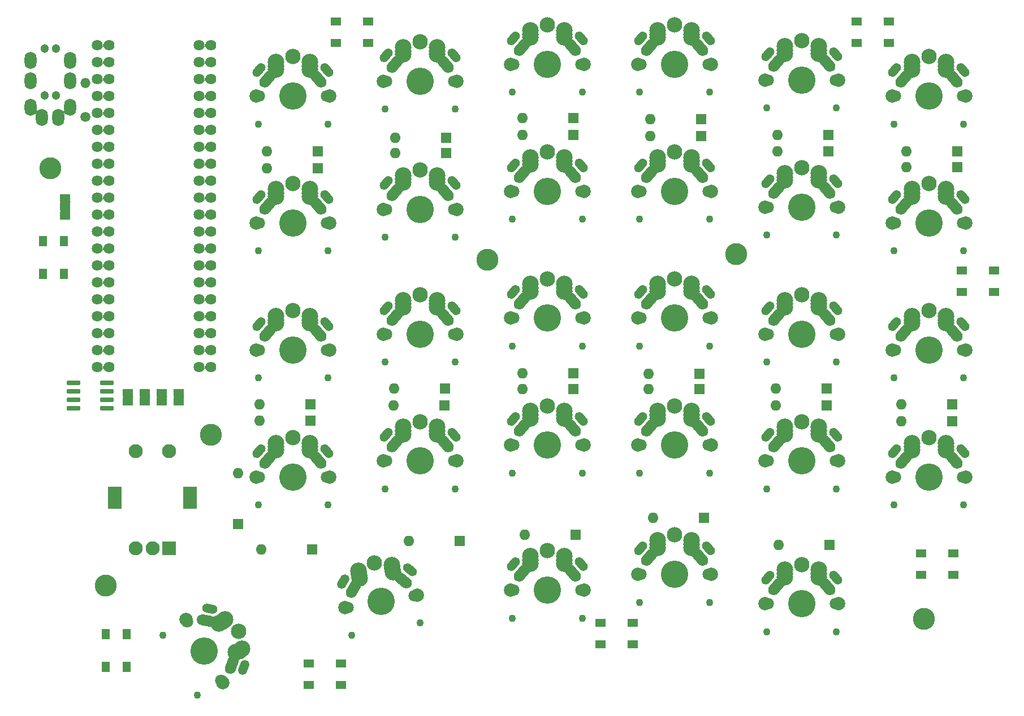
<source format=gbr>
G04 #@! TF.GenerationSoftware,KiCad,Pcbnew,5.99.0-unknown-4920692bcd~125~ubuntu20.04.1*
G04 #@! TF.CreationDate,2021-04-21T16:02:24+01:00*
G04 #@! TF.ProjectId,grandiceps-rev2,6772616e-6469-4636-9570-732d72657632,rev?*
G04 #@! TF.SameCoordinates,Original*
G04 #@! TF.FileFunction,Soldermask,Top*
G04 #@! TF.FilePolarity,Negative*
%FSLAX46Y46*%
G04 Gerber Fmt 4.6, Leading zero omitted, Abs format (unit mm)*
G04 Created by KiCad (PCBNEW 5.99.0-unknown-4920692bcd~125~ubuntu20.04.1) date 2021-04-21 16:02:24*
%MOMM*%
%LPD*%
G01*
G04 APERTURE LIST*
G04 Aperture macros list*
%AMRoundRect*
0 Rectangle with rounded corners*
0 $1 Rounding radius*
0 $2 $3 $4 $5 $6 $7 $8 $9 X,Y pos of 4 corners*
0 Add a 4 corners polygon primitive as box body*
4,1,4,$2,$3,$4,$5,$6,$7,$8,$9,$2,$3,0*
0 Add four circle primitives for the rounded corners*
1,1,$1+$1,$2,$3*
1,1,$1+$1,$4,$5*
1,1,$1+$1,$6,$7*
1,1,$1+$1,$8,$9*
0 Add four rect primitives between the rounded corners*
20,1,$1+$1,$2,$3,$4,$5,0*
20,1,$1+$1,$4,$5,$6,$7,0*
20,1,$1+$1,$6,$7,$8,$9,0*
20,1,$1+$1,$8,$9,$2,$3,0*%
%AMHorizOval*
0 Thick line with rounded ends*
0 $1 width*
0 $2 $3 position (X,Y) of the first rounded end (center of the circle)*
0 $4 $5 position (X,Y) of the second rounded end (center of the circle)*
0 Add line between two ends*
20,1,$1,$2,$3,$4,$5,0*
0 Add two circle primitives to create the rounded ends*
1,1,$1,$2,$3*
1,1,$1,$4,$5*%
G04 Aperture macros list end*
%ADD10C,1.626000*%
%ADD11C,1.502000*%
%ADD12O,1.502000X1.502000*%
%ADD13RoundRect,0.051000X0.750000X0.500000X-0.750000X0.500000X-0.750000X-0.500000X0.750000X-0.500000X0*%
%ADD14RoundRect,0.051000X0.500000X-0.750000X0.500000X0.750000X-0.500000X0.750000X-0.500000X-0.750000X0*%
%ADD15RoundRect,0.051000X-0.750000X0.500000X-0.750000X-0.500000X0.750000X-0.500000X0.750000X0.500000X0*%
%ADD16RoundRect,0.051000X-0.750000X-0.500000X0.750000X-0.500000X0.750000X0.500000X-0.750000X0.500000X0*%
%ADD17RoundRect,0.175500X-0.850500X-0.175500X0.850500X-0.175500X0.850500X0.175500X-0.850500X0.175500X0*%
%ADD18RoundRect,0.051000X0.750000X-0.500000X0.750000X0.500000X-0.750000X0.500000X-0.750000X-0.500000X0*%
%ADD19RoundRect,0.051000X0.750000X0.750000X-0.750000X0.750000X-0.750000X-0.750000X0.750000X-0.750000X0*%
%ADD20O,1.602000X1.602000*%
%ADD21RoundRect,0.051000X0.750000X-0.750000X0.750000X0.750000X-0.750000X0.750000X-0.750000X-0.750000X0*%
%ADD22C,3.302000*%
%ADD23C,1.102000*%
%ADD24C,2.002000*%
%ADD25C,1.802000*%
%ADD26C,4.102000*%
%ADD27HorizOval,1.352000X-0.305324X-0.363871X0.305324X0.363871X0*%
%ADD28HorizOval,1.652000X-0.401742X0.478778X0.401742X-0.478778X0*%
%ADD29HorizOval,1.352000X-0.305324X0.363871X0.305324X-0.363871X0*%
%ADD30C,2.502000*%
%ADD31HorizOval,1.652000X-0.401742X-0.478778X0.401742X0.478778X0*%
%ADD32C,2.302000*%
%ADD33RoundRect,0.051000X1.000000X-1.000000X1.000000X1.000000X-1.000000X1.000000X-1.000000X-1.000000X0*%
%ADD34C,2.102000*%
%ADD35RoundRect,0.051000X1.000000X-1.600000X1.000000X1.600000X-1.000000X1.600000X-1.000000X-1.600000X0*%
%ADD36HorizOval,1.652000X0.213763X0.587308X-0.213763X-0.587308X0*%
%ADD37HorizOval,1.352000X0.162460X0.446354X-0.162460X-0.446354X0*%
%ADD38HorizOval,1.352000X-0.467784X0.082483X0.467784X-0.082483X0*%
%ADD39HorizOval,1.652000X-0.615505X0.108530X0.615505X-0.108530X0*%
%ADD40HorizOval,1.352000X-0.363871X0.305324X0.363871X-0.305324X0*%
%ADD41HorizOval,1.352000X-0.237500X-0.411362X0.237500X0.411362X0*%
%ADD42HorizOval,1.652000X-0.478778X0.401742X0.478778X-0.401742X0*%
%ADD43HorizOval,1.652000X-0.312500X-0.541266X0.312500X0.541266X0*%
%ADD44C,1.302000*%
%ADD45O,1.802000X2.602000*%
G04 APERTURE END LIST*
D10*
X100813000Y-47167800D03*
X117831000Y-47167800D03*
X117831000Y-49707800D03*
X100813000Y-49707800D03*
X100813000Y-52247800D03*
X117831000Y-52247800D03*
X100813000Y-54787800D03*
X117831000Y-54787800D03*
X117831000Y-57327800D03*
X100813000Y-57327800D03*
X117831000Y-59867800D03*
X100813000Y-59867800D03*
X117831000Y-62407800D03*
X100813000Y-62407800D03*
X117831000Y-64947800D03*
X100813000Y-64947800D03*
X117831000Y-67487800D03*
X100813000Y-67487800D03*
X117831000Y-70027800D03*
X100813000Y-70027800D03*
X100813000Y-72567800D03*
X117831000Y-72567800D03*
X100813000Y-75107800D03*
X117831000Y-75107800D03*
X117831000Y-77647800D03*
X100813000Y-77647800D03*
X100813000Y-80187800D03*
X117831000Y-80187800D03*
X100813000Y-82727800D03*
X117831000Y-82727800D03*
X117831000Y-85267800D03*
X100813000Y-85267800D03*
X117831000Y-87807800D03*
X100813000Y-87807800D03*
X117831000Y-90347800D03*
X100813000Y-90347800D03*
X100813000Y-92887800D03*
X117831000Y-92887800D03*
X100813000Y-95427800D03*
X117831000Y-95427800D03*
X116053000Y-95427800D03*
X102591000Y-95427800D03*
X116053000Y-92887800D03*
X102591000Y-92887800D03*
X102591000Y-90347800D03*
X116053000Y-90347800D03*
X116053000Y-87807800D03*
X102591000Y-87807800D03*
X116053000Y-85267800D03*
X102591000Y-85267800D03*
X102591000Y-82727800D03*
X116053000Y-82727800D03*
X102591000Y-80187800D03*
X116053000Y-80187800D03*
X102591000Y-77647800D03*
X116053000Y-77647800D03*
X116053000Y-75107800D03*
X102591000Y-75107800D03*
X102591000Y-72567800D03*
X116053000Y-72567800D03*
X116053000Y-70027800D03*
X102591000Y-70027800D03*
X102591000Y-67487800D03*
X116053000Y-67487800D03*
X116053000Y-64947800D03*
X102591000Y-64947800D03*
X102591000Y-62407800D03*
X116053000Y-62407800D03*
X102591000Y-59867800D03*
X116053000Y-59867800D03*
X116053000Y-57327800D03*
X102591000Y-57327800D03*
X102591000Y-54787800D03*
X116053000Y-54787800D03*
X102591000Y-52247800D03*
X116053000Y-52247800D03*
X116053000Y-49707800D03*
X102591000Y-49707800D03*
X116053000Y-47167800D03*
X102591000Y-47167800D03*
D11*
X99060000Y-57861200D03*
D12*
X99060000Y-52781200D03*
D13*
X229018000Y-126568000D03*
X229018000Y-123368000D03*
X224118000Y-123368000D03*
X224118000Y-126568000D03*
D14*
X92634000Y-81444000D03*
X95834000Y-81444000D03*
X95834000Y-76544000D03*
X92634000Y-76544000D03*
D13*
X235114000Y-84150000D03*
X235114000Y-80950000D03*
X230214000Y-80950000D03*
X230214000Y-84150000D03*
D15*
X105410000Y-99284000D03*
X105410000Y-100584000D03*
D13*
X219366000Y-46812000D03*
X219366000Y-43612000D03*
X214466000Y-43612000D03*
X214466000Y-46812000D03*
D15*
X107950000Y-99284000D03*
X107950000Y-100584000D03*
D16*
X136488000Y-43612000D03*
X136488000Y-46812000D03*
X141388000Y-46812000D03*
X141388000Y-43612000D03*
D13*
X137324000Y-143078000D03*
X137324000Y-139878000D03*
X132424000Y-139878000D03*
X132424000Y-143078000D03*
X181012000Y-136982000D03*
X181012000Y-133782000D03*
X176112000Y-133782000D03*
X176112000Y-136982000D03*
D17*
X97282000Y-97790000D03*
X97282000Y-99060000D03*
X97282000Y-100330000D03*
X97282000Y-101600000D03*
X102232000Y-101600000D03*
X102232000Y-100330000D03*
X102232000Y-99060000D03*
X102232000Y-97790000D03*
D18*
X96012000Y-72674000D03*
X96012000Y-71374000D03*
X96012000Y-70074000D03*
D15*
X110490000Y-99284000D03*
X110490000Y-100584000D03*
X113030000Y-99284000D03*
X113030000Y-100584000D03*
D14*
X102032000Y-140372000D03*
X105232000Y-140372000D03*
X105232000Y-135472000D03*
X102032000Y-135472000D03*
D19*
X229591000Y-63042800D03*
D20*
X221971000Y-63042800D03*
D19*
X210287000Y-60629800D03*
D20*
X202667000Y-60629800D03*
D19*
X191237000Y-58216800D03*
D20*
X183617000Y-58216800D03*
D19*
X172060000Y-58089800D03*
D20*
X164440000Y-58089800D03*
D19*
X153010000Y-61010800D03*
D20*
X145390000Y-61010800D03*
D19*
X155042000Y-121463000D03*
D20*
X147422000Y-121463000D03*
D19*
X132944000Y-122733000D03*
D20*
X125324000Y-122733000D03*
D21*
X121895000Y-118923000D03*
D20*
X121895000Y-111303000D03*
D19*
X229591000Y-65455800D03*
D20*
X221971000Y-65455800D03*
D19*
X210287000Y-63042800D03*
D20*
X202667000Y-63042800D03*
D19*
X191237000Y-60756800D03*
D20*
X183617000Y-60756800D03*
D19*
X172060000Y-60629800D03*
D20*
X164440000Y-60629800D03*
D19*
X153010000Y-63296800D03*
D20*
X145390000Y-63296800D03*
D19*
X133833000Y-65582800D03*
D20*
X126213000Y-65582800D03*
D19*
X228829000Y-101016000D03*
D20*
X221209000Y-101016000D03*
D19*
X210033000Y-98602800D03*
D20*
X202413000Y-98602800D03*
D19*
X190983000Y-96443800D03*
D20*
X183363000Y-96443800D03*
D19*
X172060000Y-96316800D03*
D20*
X164440000Y-96316800D03*
D19*
X152883000Y-98602800D03*
D20*
X145263000Y-98602800D03*
D19*
X132690000Y-101016000D03*
D20*
X125070000Y-101016000D03*
D19*
X228829000Y-103556000D03*
D20*
X221209000Y-103556000D03*
D19*
X210033000Y-101143000D03*
D20*
X202413000Y-101143000D03*
D19*
X190983000Y-98729800D03*
D20*
X183363000Y-98729800D03*
D19*
X172060000Y-98729800D03*
D20*
X164440000Y-98729800D03*
D19*
X152756000Y-101143000D03*
D20*
X145136000Y-101143000D03*
D19*
X132690000Y-103429000D03*
D20*
X125070000Y-103429000D03*
D19*
X210414000Y-122098000D03*
D20*
X202794000Y-122098000D03*
D19*
X191618000Y-118034000D03*
D20*
X183998000Y-118034000D03*
D19*
X172441000Y-120574000D03*
D20*
X164821000Y-120574000D03*
D22*
X196444000Y-78486000D03*
X117831000Y-105537000D03*
X102083000Y-128194000D03*
X224561000Y-133198000D03*
X159258000Y-79349600D03*
X93776600Y-65608200D03*
D23*
X230533000Y-77997800D03*
D24*
X219813000Y-73797800D03*
X230813000Y-73797800D03*
D25*
X230393000Y-73797800D03*
D23*
X220093000Y-77997800D03*
D25*
X220233000Y-73797800D03*
D26*
X225313000Y-73797800D03*
D27*
X220213000Y-69897800D03*
D28*
X229123000Y-71257800D03*
D29*
X230413000Y-69897800D03*
D30*
X227853000Y-69797800D03*
X227853000Y-68717800D03*
X227853000Y-69297800D03*
D31*
X221503000Y-71257800D03*
D30*
X222773000Y-69297800D03*
X222773000Y-69797800D03*
D32*
X225313000Y-67897800D03*
D30*
X222773000Y-68717800D03*
D25*
X211353000Y-52377800D03*
D23*
X211493000Y-56577800D03*
D24*
X200773000Y-52377800D03*
D25*
X201193000Y-52377800D03*
D24*
X211773000Y-52377800D03*
D26*
X206273000Y-52377800D03*
D23*
X201053000Y-56577800D03*
D29*
X211373000Y-48477800D03*
D30*
X208813000Y-48377800D03*
D28*
X210083000Y-49837800D03*
D30*
X208813000Y-47877800D03*
D27*
X201173000Y-48477800D03*
D30*
X208813000Y-47297800D03*
X203733000Y-47877800D03*
X203733000Y-48377800D03*
D32*
X206273000Y-46477800D03*
D31*
X202463000Y-49837800D03*
D30*
X203733000Y-47297800D03*
D24*
X143653000Y-109498000D03*
X154653000Y-109498000D03*
D23*
X154373000Y-113698000D03*
D25*
X154233000Y-109498000D03*
D23*
X143933000Y-113698000D03*
D26*
X149153000Y-109498000D03*
D25*
X144073000Y-109498000D03*
D27*
X144053000Y-105598000D03*
D28*
X152963000Y-106958000D03*
D29*
X154253000Y-105598000D03*
D30*
X151693000Y-104998000D03*
X151693000Y-104418000D03*
X151693000Y-105498000D03*
D31*
X145343000Y-106958000D03*
D30*
X146613000Y-105498000D03*
X146613000Y-104418000D03*
X146613000Y-104998000D03*
D32*
X149153000Y-103598000D03*
D24*
X135613000Y-111878000D03*
D25*
X125033000Y-111878000D03*
D23*
X135333000Y-116078000D03*
D25*
X135193000Y-111878000D03*
D24*
X124613000Y-111878000D03*
D26*
X130113000Y-111878000D03*
D23*
X124893000Y-116078000D03*
D28*
X133923000Y-109338000D03*
D30*
X132653000Y-107378000D03*
D29*
X135213000Y-107978000D03*
D30*
X132653000Y-106798000D03*
X132653000Y-107878000D03*
D27*
X125013000Y-107978000D03*
D30*
X127573000Y-107878000D03*
D32*
X130113000Y-105978000D03*
D30*
X127573000Y-107378000D03*
D31*
X126303000Y-109338000D03*
D30*
X127573000Y-106798000D03*
D23*
X162973000Y-111318000D03*
D24*
X162693000Y-107118000D03*
D26*
X168193000Y-107118000D03*
D23*
X173413000Y-111318000D03*
D24*
X173693000Y-107118000D03*
D25*
X163113000Y-107118000D03*
X173273000Y-107118000D03*
D29*
X173293000Y-103218000D03*
D27*
X163093000Y-103218000D03*
D30*
X170733000Y-102618000D03*
D28*
X172003000Y-104578000D03*
D30*
X170733000Y-103118000D03*
X170733000Y-102038000D03*
X165653000Y-103118000D03*
D31*
X164383000Y-104578000D03*
D30*
X165653000Y-102038000D03*
D32*
X168193000Y-101218000D03*
D30*
X165653000Y-102618000D03*
D25*
X125033000Y-54757800D03*
D23*
X124893000Y-58957800D03*
D24*
X124613000Y-54757800D03*
X135613000Y-54757800D03*
D23*
X135333000Y-58957800D03*
D26*
X130113000Y-54757800D03*
D25*
X135193000Y-54757800D03*
D29*
X135213000Y-50857800D03*
D30*
X132653000Y-50257800D03*
X132653000Y-49677800D03*
X132653000Y-50757800D03*
D27*
X125013000Y-50857800D03*
D28*
X133923000Y-52217800D03*
D30*
X127573000Y-50257800D03*
X127573000Y-49677800D03*
X127573000Y-50757800D03*
D31*
X126303000Y-52217800D03*
D32*
X130113000Y-48857800D03*
D23*
X201053000Y-135118000D03*
D24*
X211773000Y-130918000D03*
D26*
X206273000Y-130918000D03*
D24*
X200773000Y-130918000D03*
D25*
X201193000Y-130918000D03*
D23*
X211493000Y-135118000D03*
D25*
X211353000Y-130918000D03*
D30*
X208813000Y-126418000D03*
X208813000Y-125838000D03*
D29*
X211373000Y-127018000D03*
D27*
X201173000Y-127018000D03*
D28*
X210083000Y-128378000D03*
D30*
X208813000Y-126918000D03*
X203733000Y-125838000D03*
X203733000Y-126418000D03*
D31*
X202463000Y-128378000D03*
D30*
X203733000Y-126918000D03*
D32*
X206273000Y-125018000D03*
D33*
X111557000Y-122555000D03*
D34*
X106557000Y-122555000D03*
X109057000Y-122555000D03*
D35*
X103457000Y-115055000D03*
X114657000Y-115055000D03*
D34*
X106557000Y-108055000D03*
X111557000Y-108055000D03*
D25*
X144073000Y-52537800D03*
D26*
X149153000Y-52537800D03*
D23*
X143933000Y-56737800D03*
D24*
X143653000Y-52537800D03*
X154653000Y-52537800D03*
D23*
X154373000Y-56737800D03*
D25*
X154233000Y-52537800D03*
D30*
X151693000Y-48537800D03*
D29*
X154253000Y-48637800D03*
D30*
X151693000Y-47457800D03*
D28*
X152963000Y-49997800D03*
D30*
X151693000Y-48037800D03*
D27*
X144053000Y-48637800D03*
D30*
X146613000Y-48537800D03*
D31*
X145343000Y-49997800D03*
D30*
X146613000Y-47457800D03*
X146613000Y-48037800D03*
D32*
X149153000Y-46637800D03*
D23*
X182013000Y-111318000D03*
D25*
X192313000Y-107118000D03*
D23*
X192453000Y-111318000D03*
D24*
X192733000Y-107118000D03*
D26*
X187233000Y-107118000D03*
D25*
X182153000Y-107118000D03*
D24*
X181733000Y-107118000D03*
D30*
X189773000Y-103118000D03*
D28*
X191043000Y-104578000D03*
D30*
X189773000Y-102038000D03*
X189773000Y-102618000D03*
D29*
X192333000Y-103218000D03*
D27*
X182133000Y-103218000D03*
D30*
X184693000Y-103118000D03*
D31*
X183423000Y-104578000D03*
D32*
X187233000Y-101218000D03*
D30*
X184693000Y-102618000D03*
X184693000Y-102038000D03*
D23*
X135333000Y-77997800D03*
D24*
X124613000Y-73797800D03*
D23*
X124893000Y-77997800D03*
D25*
X135193000Y-73797800D03*
D26*
X130113000Y-73797800D03*
D24*
X135613000Y-73797800D03*
D25*
X125033000Y-73797800D03*
D30*
X132653000Y-69797800D03*
D28*
X133923000Y-71257800D03*
D27*
X125013000Y-69897800D03*
D30*
X132653000Y-68717800D03*
D29*
X135213000Y-69897800D03*
D30*
X132653000Y-69297800D03*
X127573000Y-69797800D03*
D31*
X126303000Y-71257800D03*
D30*
X127573000Y-69297800D03*
X127573000Y-68717800D03*
D32*
X130113000Y-67897800D03*
D23*
X162973000Y-133058000D03*
D25*
X173273000Y-128858000D03*
D24*
X162693000Y-128858000D03*
D25*
X163113000Y-128858000D03*
D24*
X173693000Y-128858000D03*
D23*
X173413000Y-133058000D03*
D26*
X168193000Y-128858000D03*
D28*
X172003000Y-126318000D03*
D30*
X170733000Y-124358000D03*
D29*
X173293000Y-124958000D03*
D30*
X170733000Y-123778000D03*
X170733000Y-124858000D03*
D27*
X163093000Y-124958000D03*
D31*
X164383000Y-126318000D03*
D32*
X168193000Y-122958000D03*
D30*
X165653000Y-123778000D03*
X165653000Y-124358000D03*
X165653000Y-124858000D03*
D24*
X114090000Y-133234860D03*
D23*
X110592693Y-135577347D03*
D25*
X114300000Y-133598591D03*
X119380000Y-142397409D03*
D24*
X119590000Y-142761140D03*
D23*
X115812693Y-144618653D03*
D26*
X116840000Y-137998000D03*
D36*
X120944705Y-140027557D03*
D30*
X122509409Y-137657705D03*
X121574102Y-138197705D03*
D37*
X122767499Y-140464730D03*
D38*
X117667499Y-131631270D03*
D30*
X122007114Y-137947705D03*
X119467114Y-133548295D03*
X119034102Y-133798295D03*
D32*
X121949550Y-135048000D03*
D39*
X117134705Y-133428443D03*
D30*
X119969409Y-133258295D03*
D23*
X138895626Y-135598636D03*
D26*
X143307000Y-130556000D03*
D23*
X149177019Y-133785749D03*
D24*
X137890557Y-131511065D03*
D25*
X148309823Y-129673867D03*
D24*
X148723443Y-129600935D03*
D25*
X138304177Y-131438133D03*
D40*
X147652292Y-125829644D03*
D30*
X144926279Y-125112110D03*
D41*
X137607253Y-127600855D03*
D42*
X146618051Y-127392989D03*
D30*
X145113819Y-126175703D03*
X145026995Y-125683299D03*
X140024172Y-126565431D03*
X139923456Y-125994243D03*
D43*
X139113816Y-128716188D03*
D32*
X142282476Y-124745634D03*
D30*
X140110996Y-127057835D03*
D25*
X230393000Y-92837800D03*
D23*
X220093000Y-97037800D03*
X230533000Y-97037800D03*
D24*
X230813000Y-92837800D03*
D26*
X225313000Y-92837800D03*
D25*
X220233000Y-92837800D03*
D24*
X219813000Y-92837800D03*
D30*
X227853000Y-88837800D03*
X227853000Y-88337800D03*
D27*
X220213000Y-88937800D03*
D30*
X227853000Y-87757800D03*
D29*
X230413000Y-88937800D03*
D28*
X229123000Y-90297800D03*
D31*
X221503000Y-90297800D03*
D32*
X225313000Y-86937800D03*
D30*
X222773000Y-88837800D03*
X222773000Y-88337800D03*
X222773000Y-87757800D03*
D23*
X143933000Y-94657800D03*
D25*
X144073000Y-90457800D03*
D24*
X154653000Y-90457800D03*
X143653000Y-90457800D03*
D26*
X149153000Y-90457800D03*
D23*
X154373000Y-94657800D03*
D25*
X154233000Y-90457800D03*
D27*
X144053000Y-86557800D03*
D30*
X151693000Y-85377800D03*
D28*
X152963000Y-87917800D03*
D29*
X154253000Y-86557800D03*
D30*
X151693000Y-86457800D03*
X151693000Y-85957800D03*
D32*
X149153000Y-84557800D03*
D30*
X146613000Y-85377800D03*
X146613000Y-86457800D03*
X146613000Y-85957800D03*
D31*
X145343000Y-87917800D03*
D26*
X168193000Y-69037800D03*
D25*
X163113000Y-69037800D03*
D23*
X173413000Y-73237800D03*
D24*
X162693000Y-69037800D03*
D23*
X162973000Y-73237800D03*
D25*
X173273000Y-69037800D03*
D24*
X173693000Y-69037800D03*
D30*
X170733000Y-63957800D03*
D27*
X163093000Y-65137800D03*
D30*
X170733000Y-65037800D03*
D28*
X172003000Y-66497800D03*
D29*
X173293000Y-65137800D03*
D30*
X170733000Y-64537800D03*
D31*
X164383000Y-66497800D03*
D30*
X165653000Y-65037800D03*
D32*
X168193000Y-63137800D03*
D30*
X165653000Y-63957800D03*
X165653000Y-64537800D03*
D24*
X211773000Y-109498000D03*
D25*
X211353000Y-109498000D03*
D24*
X200773000Y-109498000D03*
D26*
X206273000Y-109498000D03*
D23*
X201053000Y-113698000D03*
X211493000Y-113698000D03*
D25*
X201193000Y-109498000D03*
D28*
X210083000Y-106958000D03*
D29*
X211373000Y-105598000D03*
D30*
X208813000Y-105498000D03*
X208813000Y-104998000D03*
X208813000Y-104418000D03*
D27*
X201173000Y-105598000D03*
D30*
X203733000Y-104998000D03*
X203733000Y-104418000D03*
D31*
X202463000Y-106958000D03*
D32*
X206273000Y-103598000D03*
D30*
X203733000Y-105498000D03*
D25*
X173273000Y-88077800D03*
D24*
X173693000Y-88077800D03*
D26*
X168193000Y-88077800D03*
D25*
X163113000Y-88077800D03*
D23*
X162973000Y-92277800D03*
D24*
X162693000Y-88077800D03*
D23*
X173413000Y-92277800D03*
D30*
X170733000Y-82997800D03*
X170733000Y-84077800D03*
X170733000Y-83577800D03*
D29*
X173293000Y-84177800D03*
D27*
X163093000Y-84177800D03*
D28*
X172003000Y-85537800D03*
D30*
X165653000Y-83577800D03*
D32*
X168193000Y-82177800D03*
D30*
X165653000Y-82997800D03*
X165653000Y-84077800D03*
D31*
X164383000Y-85537800D03*
D25*
X154233000Y-71737800D03*
X144073000Y-71737800D03*
D24*
X143653000Y-71737800D03*
D23*
X143933000Y-75937800D03*
D24*
X154653000Y-71737800D03*
D26*
X149153000Y-71737800D03*
D23*
X154373000Y-75937800D03*
D28*
X152963000Y-69197800D03*
D27*
X144053000Y-67837800D03*
D30*
X151693000Y-66657800D03*
D29*
X154253000Y-67837800D03*
D30*
X151693000Y-67737800D03*
X151693000Y-67237800D03*
X146613000Y-66657800D03*
X146613000Y-67737800D03*
D31*
X145343000Y-69197800D03*
D30*
X146613000Y-67237800D03*
D32*
X149153000Y-65837800D03*
D24*
X192733000Y-69037800D03*
D25*
X182153000Y-69037800D03*
D23*
X182013000Y-73237800D03*
D25*
X192313000Y-69037800D03*
D26*
X187233000Y-69037800D03*
D23*
X192453000Y-73237800D03*
D24*
X181733000Y-69037800D03*
D30*
X189773000Y-63957800D03*
D28*
X191043000Y-66497800D03*
D29*
X192333000Y-65137800D03*
D30*
X189773000Y-64537800D03*
D27*
X182133000Y-65137800D03*
D30*
X189773000Y-65037800D03*
D31*
X183423000Y-66497800D03*
D32*
X187233000Y-63137800D03*
D30*
X184693000Y-65037800D03*
X184693000Y-63957800D03*
X184693000Y-64537800D03*
D23*
X182013000Y-54197800D03*
D25*
X182153000Y-49997800D03*
D24*
X192733000Y-49997800D03*
X181733000Y-49997800D03*
D25*
X192313000Y-49997800D03*
D26*
X187233000Y-49997800D03*
D23*
X192453000Y-54197800D03*
D29*
X192333000Y-46097800D03*
D30*
X189773000Y-45997800D03*
X189773000Y-45497800D03*
X189773000Y-44917800D03*
D28*
X191043000Y-47457800D03*
D27*
X182133000Y-46097800D03*
D30*
X184693000Y-45997800D03*
X184693000Y-45497800D03*
D31*
X183423000Y-47457800D03*
D32*
X187233000Y-44097800D03*
D30*
X184693000Y-44917800D03*
D23*
X135333000Y-97037800D03*
D24*
X135613000Y-92837800D03*
X124613000Y-92837800D03*
D25*
X125033000Y-92837800D03*
D23*
X124893000Y-97037800D03*
D26*
X130113000Y-92837800D03*
D25*
X135193000Y-92837800D03*
D27*
X125013000Y-88937800D03*
D29*
X135213000Y-88937800D03*
D30*
X132653000Y-88837800D03*
D28*
X133923000Y-90297800D03*
D30*
X132653000Y-88337800D03*
X132653000Y-87757800D03*
X127573000Y-87757800D03*
D31*
X126303000Y-90297800D03*
D30*
X127573000Y-88837800D03*
X127573000Y-88337800D03*
D32*
X130113000Y-86937800D03*
D23*
X230533000Y-58957800D03*
D25*
X220233000Y-54757800D03*
D24*
X219813000Y-54757800D03*
D26*
X225313000Y-54757800D03*
D25*
X230393000Y-54757800D03*
D24*
X230813000Y-54757800D03*
D23*
X220093000Y-58957800D03*
D30*
X227853000Y-49677800D03*
X227853000Y-50257800D03*
X227853000Y-50757800D03*
D29*
X230413000Y-50857800D03*
D27*
X220213000Y-50857800D03*
D28*
X229123000Y-52217800D03*
D32*
X225313000Y-48857800D03*
D30*
X222773000Y-49677800D03*
D31*
X221503000Y-52217800D03*
D30*
X222773000Y-50757800D03*
X222773000Y-50257800D03*
D25*
X173273000Y-49997800D03*
D23*
X173413000Y-54197800D03*
D24*
X162693000Y-49997800D03*
D26*
X168193000Y-49997800D03*
D24*
X173693000Y-49997800D03*
D23*
X162973000Y-54197800D03*
D25*
X163113000Y-49997800D03*
D30*
X170733000Y-44917800D03*
D29*
X173293000Y-46097800D03*
D30*
X170733000Y-45497800D03*
D27*
X163093000Y-46097800D03*
D28*
X172003000Y-47457800D03*
D30*
X170733000Y-45997800D03*
X165653000Y-44917800D03*
X165653000Y-45497800D03*
D31*
X164383000Y-47457800D03*
D32*
X168193000Y-44097800D03*
D30*
X165653000Y-45997800D03*
D25*
X201193000Y-90457800D03*
D23*
X211493000Y-94657800D03*
X201053000Y-94657800D03*
D24*
X211773000Y-90457800D03*
X200773000Y-90457800D03*
D25*
X211353000Y-90457800D03*
D26*
X206273000Y-90457800D03*
D29*
X211373000Y-86557800D03*
D27*
X201173000Y-86557800D03*
D30*
X208813000Y-86457800D03*
X208813000Y-85377800D03*
X208813000Y-85957800D03*
D28*
X210083000Y-87917800D03*
D30*
X203733000Y-85957800D03*
D32*
X206273000Y-84557800D03*
D31*
X202463000Y-87917800D03*
D30*
X203733000Y-86457800D03*
X203733000Y-85377800D03*
D26*
X187233000Y-88077800D03*
D24*
X181733000Y-88077800D03*
X192733000Y-88077800D03*
D25*
X182153000Y-88077800D03*
D23*
X182013000Y-92277800D03*
D25*
X192313000Y-88077800D03*
D23*
X192453000Y-92277800D03*
D30*
X189773000Y-84077800D03*
X189773000Y-83577800D03*
X189773000Y-82997800D03*
D27*
X182133000Y-84177800D03*
D28*
X191043000Y-85537800D03*
D29*
X192333000Y-84177800D03*
D30*
X184693000Y-84077800D03*
X184693000Y-82997800D03*
D31*
X183423000Y-85537800D03*
D30*
X184693000Y-83577800D03*
D32*
X187233000Y-82177800D03*
D23*
X192453000Y-130678000D03*
X182013000Y-130678000D03*
D25*
X182153000Y-126478000D03*
X192313000Y-126478000D03*
D24*
X192733000Y-126478000D03*
D26*
X187233000Y-126478000D03*
D24*
X181733000Y-126478000D03*
D28*
X191043000Y-123938000D03*
D30*
X189773000Y-121978000D03*
X189773000Y-122478000D03*
X189773000Y-121398000D03*
D29*
X192333000Y-122578000D03*
D27*
X182133000Y-122578000D03*
D30*
X184693000Y-121398000D03*
X184693000Y-122478000D03*
X184693000Y-121978000D03*
D31*
X183423000Y-123938000D03*
D32*
X187233000Y-120578000D03*
D24*
X211773000Y-71417800D03*
D25*
X201193000Y-71417800D03*
D24*
X200773000Y-71417800D03*
D23*
X211493000Y-75617800D03*
X201053000Y-75617800D03*
D26*
X206273000Y-71417800D03*
D25*
X211353000Y-71417800D03*
D30*
X208813000Y-66337800D03*
D28*
X210083000Y-68877800D03*
D30*
X208813000Y-67417800D03*
D27*
X201173000Y-67517800D03*
D29*
X211373000Y-67517800D03*
D30*
X208813000Y-66917800D03*
D31*
X202463000Y-68877800D03*
D30*
X203733000Y-67417800D03*
D32*
X206273000Y-65517800D03*
D30*
X203733000Y-66337800D03*
X203733000Y-66917800D03*
D24*
X230813000Y-111878000D03*
D23*
X230533000Y-116078000D03*
D25*
X220233000Y-111878000D03*
D24*
X219813000Y-111878000D03*
D25*
X230393000Y-111878000D03*
D26*
X225313000Y-111878000D03*
D23*
X220093000Y-116078000D03*
D30*
X227853000Y-106798000D03*
X227853000Y-107378000D03*
D27*
X220213000Y-107978000D03*
D30*
X227853000Y-107878000D03*
D29*
X230413000Y-107978000D03*
D28*
X229123000Y-109338000D03*
D30*
X222773000Y-107378000D03*
X222773000Y-106798000D03*
X222773000Y-107878000D03*
D31*
X221503000Y-109338000D03*
D32*
X225313000Y-105978000D03*
D19*
X133833000Y-63042800D03*
D20*
X126213000Y-63042800D03*
D44*
X94637600Y-47651800D03*
X94637600Y-54651800D03*
X92887600Y-54651800D03*
X92887600Y-47651800D03*
D45*
X92537600Y-57951800D03*
X94987600Y-57951800D03*
X96737600Y-49451800D03*
X90787600Y-49451800D03*
X90787600Y-52451800D03*
X96737600Y-52451800D03*
X90787600Y-56451800D03*
X96737600Y-56451800D03*
G36*
X108716668Y-99830665D02*
G01*
X108717058Y-99832627D01*
X108716699Y-99833267D01*
X108673511Y-99884946D01*
X108664880Y-99953661D01*
X108694844Y-100016291D01*
X108715682Y-100034348D01*
X108716336Y-100036238D01*
X108715026Y-100037749D01*
X108713982Y-100037821D01*
X108699801Y-100035000D01*
X107200199Y-100035000D01*
X107185226Y-100037978D01*
X107183332Y-100037335D01*
X107182942Y-100035373D01*
X107183301Y-100034733D01*
X107226489Y-99983054D01*
X107235120Y-99914339D01*
X107205156Y-99851709D01*
X107184318Y-99833652D01*
X107183664Y-99831762D01*
X107184974Y-99830251D01*
X107186018Y-99830179D01*
X107200199Y-99833000D01*
X108699801Y-99833000D01*
X108714774Y-99830022D01*
X108716668Y-99830665D01*
G37*
G36*
X113796668Y-99830665D02*
G01*
X113797058Y-99832627D01*
X113796699Y-99833267D01*
X113753511Y-99884946D01*
X113744880Y-99953661D01*
X113774844Y-100016291D01*
X113795682Y-100034348D01*
X113796336Y-100036238D01*
X113795026Y-100037749D01*
X113793982Y-100037821D01*
X113779801Y-100035000D01*
X112280199Y-100035000D01*
X112265226Y-100037978D01*
X112263332Y-100037335D01*
X112262942Y-100035373D01*
X112263301Y-100034733D01*
X112306489Y-99983054D01*
X112315120Y-99914339D01*
X112285156Y-99851709D01*
X112264318Y-99833652D01*
X112263664Y-99831762D01*
X112264974Y-99830251D01*
X112266018Y-99830179D01*
X112280199Y-99833000D01*
X113779801Y-99833000D01*
X113794774Y-99830022D01*
X113796668Y-99830665D01*
G37*
G36*
X111256668Y-99830665D02*
G01*
X111257058Y-99832627D01*
X111256699Y-99833267D01*
X111213511Y-99884946D01*
X111204880Y-99953661D01*
X111234844Y-100016291D01*
X111255682Y-100034348D01*
X111256336Y-100036238D01*
X111255026Y-100037749D01*
X111253982Y-100037821D01*
X111239801Y-100035000D01*
X109740199Y-100035000D01*
X109725226Y-100037978D01*
X109723332Y-100037335D01*
X109722942Y-100035373D01*
X109723301Y-100034733D01*
X109766489Y-99983054D01*
X109775120Y-99914339D01*
X109745156Y-99851709D01*
X109724318Y-99833652D01*
X109723664Y-99831762D01*
X109724974Y-99830251D01*
X109726018Y-99830179D01*
X109740199Y-99833000D01*
X111239801Y-99833000D01*
X111254774Y-99830022D01*
X111256668Y-99830665D01*
G37*
G36*
X106176668Y-99830665D02*
G01*
X106177058Y-99832627D01*
X106176699Y-99833267D01*
X106133511Y-99884946D01*
X106124880Y-99953661D01*
X106154844Y-100016291D01*
X106175682Y-100034348D01*
X106176336Y-100036238D01*
X106175026Y-100037749D01*
X106173982Y-100037821D01*
X106159801Y-100035000D01*
X104660199Y-100035000D01*
X104645226Y-100037978D01*
X104643332Y-100037335D01*
X104642942Y-100035373D01*
X104643301Y-100034733D01*
X104686489Y-99983054D01*
X104695120Y-99914339D01*
X104665156Y-99851709D01*
X104644318Y-99833652D01*
X104643664Y-99831762D01*
X104644974Y-99830251D01*
X104646018Y-99830179D01*
X104660199Y-99833000D01*
X106159801Y-99833000D01*
X106174774Y-99830022D01*
X106176668Y-99830665D01*
G37*
G36*
X101585569Y-95183727D02*
G01*
X101624194Y-95240215D01*
X101687988Y-95267174D01*
X101756234Y-95255364D01*
X101807391Y-95208413D01*
X101815044Y-95191655D01*
X101816673Y-95190495D01*
X101818492Y-95191326D01*
X101818742Y-95193170D01*
X101802752Y-95237101D01*
X101780091Y-95416478D01*
X101797734Y-95596411D01*
X101822508Y-95670886D01*
X101822106Y-95672845D01*
X101820208Y-95673476D01*
X101818959Y-95672646D01*
X101779806Y-95615385D01*
X101716012Y-95588426D01*
X101647766Y-95600236D01*
X101596609Y-95647187D01*
X101593333Y-95654361D01*
X101591704Y-95655521D01*
X101589885Y-95654690D01*
X101589644Y-95652820D01*
X101598508Y-95629485D01*
X101623685Y-95450345D01*
X101623998Y-95427900D01*
X101603833Y-95248126D01*
X101582029Y-95185514D01*
X101582404Y-95183549D01*
X101584293Y-95182891D01*
X101585569Y-95183727D01*
G37*
G36*
X116825569Y-95183727D02*
G01*
X116864194Y-95240215D01*
X116927988Y-95267174D01*
X116996234Y-95255364D01*
X117047391Y-95208413D01*
X117055044Y-95191655D01*
X117056673Y-95190495D01*
X117058492Y-95191326D01*
X117058742Y-95193170D01*
X117042752Y-95237101D01*
X117020091Y-95416478D01*
X117037734Y-95596411D01*
X117062508Y-95670886D01*
X117062106Y-95672845D01*
X117060208Y-95673476D01*
X117058959Y-95672646D01*
X117019806Y-95615385D01*
X116956012Y-95588426D01*
X116887766Y-95600236D01*
X116836609Y-95647187D01*
X116833333Y-95654361D01*
X116831704Y-95655521D01*
X116829885Y-95654690D01*
X116829644Y-95652820D01*
X116838508Y-95629485D01*
X116863685Y-95450345D01*
X116863998Y-95427900D01*
X116843833Y-95248126D01*
X116822029Y-95185514D01*
X116822404Y-95183549D01*
X116824293Y-95182891D01*
X116825569Y-95183727D01*
G37*
G36*
X101585569Y-92643727D02*
G01*
X101624194Y-92700215D01*
X101687988Y-92727174D01*
X101756234Y-92715364D01*
X101807391Y-92668413D01*
X101815044Y-92651655D01*
X101816673Y-92650495D01*
X101818492Y-92651326D01*
X101818742Y-92653170D01*
X101802752Y-92697101D01*
X101780091Y-92876478D01*
X101797734Y-93056411D01*
X101822508Y-93130886D01*
X101822106Y-93132845D01*
X101820208Y-93133476D01*
X101818959Y-93132646D01*
X101779806Y-93075385D01*
X101716012Y-93048426D01*
X101647766Y-93060236D01*
X101596609Y-93107187D01*
X101593333Y-93114361D01*
X101591704Y-93115521D01*
X101589885Y-93114690D01*
X101589644Y-93112820D01*
X101598508Y-93089485D01*
X101623685Y-92910345D01*
X101623998Y-92887900D01*
X101603833Y-92708126D01*
X101582029Y-92645514D01*
X101582404Y-92643549D01*
X101584293Y-92642891D01*
X101585569Y-92643727D01*
G37*
G36*
X116825569Y-92643727D02*
G01*
X116864194Y-92700215D01*
X116927988Y-92727174D01*
X116996234Y-92715364D01*
X117047391Y-92668413D01*
X117055044Y-92651655D01*
X117056673Y-92650495D01*
X117058492Y-92651326D01*
X117058742Y-92653170D01*
X117042752Y-92697101D01*
X117020091Y-92876478D01*
X117037734Y-93056411D01*
X117062508Y-93130886D01*
X117062106Y-93132845D01*
X117060208Y-93133476D01*
X117058959Y-93132646D01*
X117019806Y-93075385D01*
X116956012Y-93048426D01*
X116887766Y-93060236D01*
X116836609Y-93107187D01*
X116833333Y-93114361D01*
X116831704Y-93115521D01*
X116829885Y-93114690D01*
X116829644Y-93112820D01*
X116838508Y-93089485D01*
X116863685Y-92910345D01*
X116863998Y-92887900D01*
X116843833Y-92708126D01*
X116822029Y-92645514D01*
X116822404Y-92643549D01*
X116824293Y-92642891D01*
X116825569Y-92643727D01*
G37*
G36*
X101585569Y-90103727D02*
G01*
X101624194Y-90160215D01*
X101687988Y-90187174D01*
X101756234Y-90175364D01*
X101807391Y-90128413D01*
X101815044Y-90111655D01*
X101816673Y-90110495D01*
X101818492Y-90111326D01*
X101818742Y-90113170D01*
X101802752Y-90157101D01*
X101780091Y-90336478D01*
X101797734Y-90516411D01*
X101822508Y-90590886D01*
X101822106Y-90592845D01*
X101820208Y-90593476D01*
X101818959Y-90592646D01*
X101779806Y-90535385D01*
X101716012Y-90508426D01*
X101647766Y-90520236D01*
X101596609Y-90567187D01*
X101593333Y-90574361D01*
X101591704Y-90575521D01*
X101589885Y-90574690D01*
X101589644Y-90572820D01*
X101598508Y-90549485D01*
X101623685Y-90370345D01*
X101623998Y-90347900D01*
X101603833Y-90168126D01*
X101582029Y-90105514D01*
X101582404Y-90103549D01*
X101584293Y-90102891D01*
X101585569Y-90103727D01*
G37*
G36*
X116825569Y-90103727D02*
G01*
X116864194Y-90160215D01*
X116927988Y-90187174D01*
X116996234Y-90175364D01*
X117047391Y-90128413D01*
X117055044Y-90111655D01*
X117056673Y-90110495D01*
X117058492Y-90111326D01*
X117058742Y-90113170D01*
X117042752Y-90157101D01*
X117020091Y-90336478D01*
X117037734Y-90516411D01*
X117062508Y-90590886D01*
X117062106Y-90592845D01*
X117060208Y-90593476D01*
X117058959Y-90592646D01*
X117019806Y-90535385D01*
X116956012Y-90508426D01*
X116887766Y-90520236D01*
X116836609Y-90567187D01*
X116833333Y-90574361D01*
X116831704Y-90575521D01*
X116829885Y-90574690D01*
X116829644Y-90572820D01*
X116838508Y-90549485D01*
X116863685Y-90370345D01*
X116863998Y-90347900D01*
X116843833Y-90168126D01*
X116822029Y-90105514D01*
X116822404Y-90103549D01*
X116824293Y-90102891D01*
X116825569Y-90103727D01*
G37*
G36*
X101585569Y-87563727D02*
G01*
X101624194Y-87620215D01*
X101687988Y-87647174D01*
X101756234Y-87635364D01*
X101807391Y-87588413D01*
X101815044Y-87571655D01*
X101816673Y-87570495D01*
X101818492Y-87571326D01*
X101818742Y-87573170D01*
X101802752Y-87617101D01*
X101780091Y-87796478D01*
X101797734Y-87976411D01*
X101822508Y-88050886D01*
X101822106Y-88052845D01*
X101820208Y-88053476D01*
X101818959Y-88052646D01*
X101779806Y-87995385D01*
X101716012Y-87968426D01*
X101647766Y-87980236D01*
X101596609Y-88027187D01*
X101593333Y-88034361D01*
X101591704Y-88035521D01*
X101589885Y-88034690D01*
X101589644Y-88032820D01*
X101598508Y-88009485D01*
X101623685Y-87830345D01*
X101623998Y-87807900D01*
X101603833Y-87628126D01*
X101582029Y-87565514D01*
X101582404Y-87563549D01*
X101584293Y-87562891D01*
X101585569Y-87563727D01*
G37*
G36*
X116825569Y-87563727D02*
G01*
X116864194Y-87620215D01*
X116927988Y-87647174D01*
X116996234Y-87635364D01*
X117047391Y-87588413D01*
X117055044Y-87571655D01*
X117056673Y-87570495D01*
X117058492Y-87571326D01*
X117058742Y-87573170D01*
X117042752Y-87617101D01*
X117020091Y-87796478D01*
X117037734Y-87976411D01*
X117062508Y-88050886D01*
X117062106Y-88052845D01*
X117060208Y-88053476D01*
X117058959Y-88052646D01*
X117019806Y-87995385D01*
X116956012Y-87968426D01*
X116887766Y-87980236D01*
X116836609Y-88027187D01*
X116833333Y-88034361D01*
X116831704Y-88035521D01*
X116829885Y-88034690D01*
X116829644Y-88032820D01*
X116838508Y-88009485D01*
X116863685Y-87830345D01*
X116863998Y-87807900D01*
X116843833Y-87628126D01*
X116822029Y-87565514D01*
X116822404Y-87563549D01*
X116824293Y-87562891D01*
X116825569Y-87563727D01*
G37*
G36*
X101585569Y-85023727D02*
G01*
X101624194Y-85080215D01*
X101687988Y-85107174D01*
X101756234Y-85095364D01*
X101807391Y-85048413D01*
X101815044Y-85031655D01*
X101816673Y-85030495D01*
X101818492Y-85031326D01*
X101818742Y-85033170D01*
X101802752Y-85077101D01*
X101780091Y-85256478D01*
X101797734Y-85436411D01*
X101822508Y-85510886D01*
X101822106Y-85512845D01*
X101820208Y-85513476D01*
X101818959Y-85512646D01*
X101779806Y-85455385D01*
X101716012Y-85428426D01*
X101647766Y-85440236D01*
X101596609Y-85487187D01*
X101593333Y-85494361D01*
X101591704Y-85495521D01*
X101589885Y-85494690D01*
X101589644Y-85492820D01*
X101598508Y-85469485D01*
X101623685Y-85290345D01*
X101623998Y-85267900D01*
X101603833Y-85088126D01*
X101582029Y-85025514D01*
X101582404Y-85023549D01*
X101584293Y-85022891D01*
X101585569Y-85023727D01*
G37*
G36*
X116825569Y-85023727D02*
G01*
X116864194Y-85080215D01*
X116927988Y-85107174D01*
X116996234Y-85095364D01*
X117047391Y-85048413D01*
X117055044Y-85031655D01*
X117056673Y-85030495D01*
X117058492Y-85031326D01*
X117058742Y-85033170D01*
X117042752Y-85077101D01*
X117020091Y-85256478D01*
X117037734Y-85436411D01*
X117062508Y-85510886D01*
X117062106Y-85512845D01*
X117060208Y-85513476D01*
X117058959Y-85512646D01*
X117019806Y-85455385D01*
X116956012Y-85428426D01*
X116887766Y-85440236D01*
X116836609Y-85487187D01*
X116833333Y-85494361D01*
X116831704Y-85495521D01*
X116829885Y-85494690D01*
X116829644Y-85492820D01*
X116838508Y-85469485D01*
X116863685Y-85290345D01*
X116863998Y-85267900D01*
X116843833Y-85088126D01*
X116822029Y-85025514D01*
X116822404Y-85023549D01*
X116824293Y-85022891D01*
X116825569Y-85023727D01*
G37*
G36*
X101585569Y-82483727D02*
G01*
X101624194Y-82540215D01*
X101687988Y-82567174D01*
X101756234Y-82555364D01*
X101807391Y-82508413D01*
X101815044Y-82491655D01*
X101816673Y-82490495D01*
X101818492Y-82491326D01*
X101818742Y-82493170D01*
X101802752Y-82537101D01*
X101780091Y-82716478D01*
X101797734Y-82896411D01*
X101822508Y-82970886D01*
X101822106Y-82972845D01*
X101820208Y-82973476D01*
X101818959Y-82972646D01*
X101779806Y-82915385D01*
X101716012Y-82888426D01*
X101647766Y-82900236D01*
X101596609Y-82947187D01*
X101593333Y-82954361D01*
X101591704Y-82955521D01*
X101589885Y-82954690D01*
X101589644Y-82952820D01*
X101598508Y-82929485D01*
X101623685Y-82750345D01*
X101623998Y-82727900D01*
X101603833Y-82548126D01*
X101582029Y-82485514D01*
X101582404Y-82483549D01*
X101584293Y-82482891D01*
X101585569Y-82483727D01*
G37*
G36*
X116825569Y-82483727D02*
G01*
X116864194Y-82540215D01*
X116927988Y-82567174D01*
X116996234Y-82555364D01*
X117047391Y-82508413D01*
X117055044Y-82491655D01*
X117056673Y-82490495D01*
X117058492Y-82491326D01*
X117058742Y-82493170D01*
X117042752Y-82537101D01*
X117020091Y-82716478D01*
X117037734Y-82896411D01*
X117062508Y-82970886D01*
X117062106Y-82972845D01*
X117060208Y-82973476D01*
X117058959Y-82972646D01*
X117019806Y-82915385D01*
X116956012Y-82888426D01*
X116887766Y-82900236D01*
X116836609Y-82947187D01*
X116833333Y-82954361D01*
X116831704Y-82955521D01*
X116829885Y-82954690D01*
X116829644Y-82952820D01*
X116838508Y-82929485D01*
X116863685Y-82750345D01*
X116863998Y-82727900D01*
X116843833Y-82548126D01*
X116822029Y-82485514D01*
X116822404Y-82483549D01*
X116824293Y-82482891D01*
X116825569Y-82483727D01*
G37*
G36*
X116825569Y-79943727D02*
G01*
X116864194Y-80000215D01*
X116927988Y-80027174D01*
X116996234Y-80015364D01*
X117047391Y-79968413D01*
X117055044Y-79951655D01*
X117056673Y-79950495D01*
X117058492Y-79951326D01*
X117058742Y-79953170D01*
X117042752Y-79997101D01*
X117020091Y-80176478D01*
X117037734Y-80356411D01*
X117062508Y-80430886D01*
X117062106Y-80432845D01*
X117060208Y-80433476D01*
X117058959Y-80432646D01*
X117019806Y-80375385D01*
X116956012Y-80348426D01*
X116887766Y-80360236D01*
X116836609Y-80407187D01*
X116833333Y-80414361D01*
X116831704Y-80415521D01*
X116829885Y-80414690D01*
X116829644Y-80412820D01*
X116838508Y-80389485D01*
X116863685Y-80210345D01*
X116863998Y-80187900D01*
X116843833Y-80008126D01*
X116822029Y-79945514D01*
X116822404Y-79943549D01*
X116824293Y-79942891D01*
X116825569Y-79943727D01*
G37*
G36*
X101585569Y-79943727D02*
G01*
X101624194Y-80000215D01*
X101687988Y-80027174D01*
X101756234Y-80015364D01*
X101807391Y-79968413D01*
X101815044Y-79951655D01*
X101816673Y-79950495D01*
X101818492Y-79951326D01*
X101818742Y-79953170D01*
X101802752Y-79997101D01*
X101780091Y-80176478D01*
X101797734Y-80356411D01*
X101822508Y-80430886D01*
X101822106Y-80432845D01*
X101820208Y-80433476D01*
X101818959Y-80432646D01*
X101779806Y-80375385D01*
X101716012Y-80348426D01*
X101647766Y-80360236D01*
X101596609Y-80407187D01*
X101593333Y-80414361D01*
X101591704Y-80415521D01*
X101589885Y-80414690D01*
X101589644Y-80412820D01*
X101598508Y-80389485D01*
X101623685Y-80210345D01*
X101623998Y-80187900D01*
X101603833Y-80008126D01*
X101582029Y-79945514D01*
X101582404Y-79943549D01*
X101584293Y-79942891D01*
X101585569Y-79943727D01*
G37*
G36*
X101585569Y-77403727D02*
G01*
X101624194Y-77460215D01*
X101687988Y-77487174D01*
X101756234Y-77475364D01*
X101807391Y-77428413D01*
X101815044Y-77411655D01*
X101816673Y-77410495D01*
X101818492Y-77411326D01*
X101818742Y-77413170D01*
X101802752Y-77457101D01*
X101780091Y-77636478D01*
X101797734Y-77816411D01*
X101822508Y-77890886D01*
X101822106Y-77892845D01*
X101820208Y-77893476D01*
X101818959Y-77892646D01*
X101779806Y-77835385D01*
X101716012Y-77808426D01*
X101647766Y-77820236D01*
X101596609Y-77867187D01*
X101593333Y-77874361D01*
X101591704Y-77875521D01*
X101589885Y-77874690D01*
X101589644Y-77872820D01*
X101598508Y-77849485D01*
X101623685Y-77670345D01*
X101623998Y-77647900D01*
X101603833Y-77468126D01*
X101582029Y-77405514D01*
X101582404Y-77403549D01*
X101584293Y-77402891D01*
X101585569Y-77403727D01*
G37*
G36*
X116825569Y-77403727D02*
G01*
X116864194Y-77460215D01*
X116927988Y-77487174D01*
X116996234Y-77475364D01*
X117047391Y-77428413D01*
X117055044Y-77411655D01*
X117056673Y-77410495D01*
X117058492Y-77411326D01*
X117058742Y-77413170D01*
X117042752Y-77457101D01*
X117020091Y-77636478D01*
X117037734Y-77816411D01*
X117062508Y-77890886D01*
X117062106Y-77892845D01*
X117060208Y-77893476D01*
X117058959Y-77892646D01*
X117019806Y-77835385D01*
X116956012Y-77808426D01*
X116887766Y-77820236D01*
X116836609Y-77867187D01*
X116833333Y-77874361D01*
X116831704Y-77875521D01*
X116829885Y-77874690D01*
X116829644Y-77872820D01*
X116838508Y-77849485D01*
X116863685Y-77670345D01*
X116863998Y-77647900D01*
X116843833Y-77468126D01*
X116822029Y-77405514D01*
X116822404Y-77403549D01*
X116824293Y-77402891D01*
X116825569Y-77403727D01*
G37*
G36*
X101585569Y-74863727D02*
G01*
X101624194Y-74920215D01*
X101687988Y-74947174D01*
X101756234Y-74935364D01*
X101807391Y-74888413D01*
X101815044Y-74871655D01*
X101816673Y-74870495D01*
X101818492Y-74871326D01*
X101818742Y-74873170D01*
X101802752Y-74917101D01*
X101780091Y-75096478D01*
X101797734Y-75276411D01*
X101822508Y-75350886D01*
X101822106Y-75352845D01*
X101820208Y-75353476D01*
X101818959Y-75352646D01*
X101779806Y-75295385D01*
X101716012Y-75268426D01*
X101647766Y-75280236D01*
X101596609Y-75327187D01*
X101593333Y-75334361D01*
X101591704Y-75335521D01*
X101589885Y-75334690D01*
X101589644Y-75332820D01*
X101598508Y-75309485D01*
X101623685Y-75130345D01*
X101623998Y-75107900D01*
X101603833Y-74928126D01*
X101582029Y-74865514D01*
X101582404Y-74863549D01*
X101584293Y-74862891D01*
X101585569Y-74863727D01*
G37*
G36*
X116825569Y-74863727D02*
G01*
X116864194Y-74920215D01*
X116927988Y-74947174D01*
X116996234Y-74935364D01*
X117047391Y-74888413D01*
X117055044Y-74871655D01*
X117056673Y-74870495D01*
X117058492Y-74871326D01*
X117058742Y-74873170D01*
X117042752Y-74917101D01*
X117020091Y-75096478D01*
X117037734Y-75276411D01*
X117062508Y-75350886D01*
X117062106Y-75352845D01*
X117060208Y-75353476D01*
X117058959Y-75352646D01*
X117019806Y-75295385D01*
X116956012Y-75268426D01*
X116887766Y-75280236D01*
X116836609Y-75327187D01*
X116833333Y-75334361D01*
X116831704Y-75335521D01*
X116829885Y-75334690D01*
X116829644Y-75332820D01*
X116838508Y-75309485D01*
X116863685Y-75130345D01*
X116863998Y-75107900D01*
X116843833Y-74928126D01*
X116822029Y-74865514D01*
X116822404Y-74863549D01*
X116824293Y-74862891D01*
X116825569Y-74863727D01*
G37*
G36*
X116825569Y-72323727D02*
G01*
X116864194Y-72380215D01*
X116927988Y-72407174D01*
X116996234Y-72395364D01*
X117047391Y-72348413D01*
X117055044Y-72331655D01*
X117056673Y-72330495D01*
X117058492Y-72331326D01*
X117058742Y-72333170D01*
X117042752Y-72377101D01*
X117020091Y-72556478D01*
X117037734Y-72736411D01*
X117062508Y-72810886D01*
X117062106Y-72812845D01*
X117060208Y-72813476D01*
X117058959Y-72812646D01*
X117019806Y-72755385D01*
X116956012Y-72728426D01*
X116887766Y-72740236D01*
X116836609Y-72787187D01*
X116833333Y-72794361D01*
X116831704Y-72795521D01*
X116829885Y-72794690D01*
X116829644Y-72792820D01*
X116838508Y-72769485D01*
X116863685Y-72590345D01*
X116863998Y-72567900D01*
X116843833Y-72388126D01*
X116822029Y-72325514D01*
X116822404Y-72323549D01*
X116824293Y-72322891D01*
X116825569Y-72323727D01*
G37*
G36*
X101585569Y-72323727D02*
G01*
X101624194Y-72380215D01*
X101687988Y-72407174D01*
X101756234Y-72395364D01*
X101807391Y-72348413D01*
X101815044Y-72331655D01*
X101816673Y-72330495D01*
X101818492Y-72331326D01*
X101818742Y-72333170D01*
X101802752Y-72377101D01*
X101780091Y-72556478D01*
X101797734Y-72736411D01*
X101822508Y-72810886D01*
X101822106Y-72812845D01*
X101820208Y-72813476D01*
X101818959Y-72812646D01*
X101779806Y-72755385D01*
X101716012Y-72728426D01*
X101647766Y-72740236D01*
X101596609Y-72787187D01*
X101593333Y-72794361D01*
X101591704Y-72795521D01*
X101589885Y-72794690D01*
X101589644Y-72792820D01*
X101598508Y-72769485D01*
X101623685Y-72590345D01*
X101623998Y-72567900D01*
X101603833Y-72388126D01*
X101582029Y-72325514D01*
X101582404Y-72323549D01*
X101584293Y-72322891D01*
X101585569Y-72323727D01*
G37*
G36*
X96778668Y-71920665D02*
G01*
X96779058Y-71922627D01*
X96778699Y-71923267D01*
X96735511Y-71974946D01*
X96726880Y-72043661D01*
X96756844Y-72106291D01*
X96777682Y-72124348D01*
X96778336Y-72126238D01*
X96777026Y-72127749D01*
X96775982Y-72127821D01*
X96761801Y-72125000D01*
X95262199Y-72125000D01*
X95247226Y-72127978D01*
X95245332Y-72127335D01*
X95244942Y-72125373D01*
X95245301Y-72124733D01*
X95288489Y-72073054D01*
X95297120Y-72004339D01*
X95267156Y-71941709D01*
X95246318Y-71923652D01*
X95245664Y-71921762D01*
X95246974Y-71920251D01*
X95248018Y-71920179D01*
X95262199Y-71923000D01*
X96761801Y-71923000D01*
X96776774Y-71920022D01*
X96778668Y-71920665D01*
G37*
G36*
X96778668Y-70620665D02*
G01*
X96779058Y-70622627D01*
X96778699Y-70623267D01*
X96735511Y-70674946D01*
X96726880Y-70743661D01*
X96756844Y-70806291D01*
X96777682Y-70824348D01*
X96778336Y-70826238D01*
X96777026Y-70827749D01*
X96775982Y-70827821D01*
X96761801Y-70825000D01*
X95262199Y-70825000D01*
X95247226Y-70827978D01*
X95245332Y-70827335D01*
X95244942Y-70825373D01*
X95245301Y-70824733D01*
X95288489Y-70773054D01*
X95297120Y-70704339D01*
X95267156Y-70641709D01*
X95246318Y-70623652D01*
X95245664Y-70621762D01*
X95246974Y-70620251D01*
X95248018Y-70620179D01*
X95262199Y-70623000D01*
X96761801Y-70623000D01*
X96776774Y-70620022D01*
X96778668Y-70620665D01*
G37*
G36*
X116825569Y-69783727D02*
G01*
X116864194Y-69840215D01*
X116927988Y-69867174D01*
X116996234Y-69855364D01*
X117047391Y-69808413D01*
X117055044Y-69791655D01*
X117056673Y-69790495D01*
X117058492Y-69791326D01*
X117058742Y-69793170D01*
X117042752Y-69837101D01*
X117020091Y-70016478D01*
X117037734Y-70196411D01*
X117062508Y-70270886D01*
X117062106Y-70272845D01*
X117060208Y-70273476D01*
X117058959Y-70272646D01*
X117019806Y-70215385D01*
X116956012Y-70188426D01*
X116887766Y-70200236D01*
X116836609Y-70247187D01*
X116833333Y-70254361D01*
X116831704Y-70255521D01*
X116829885Y-70254690D01*
X116829644Y-70252820D01*
X116838508Y-70229485D01*
X116863685Y-70050345D01*
X116863998Y-70027900D01*
X116843833Y-69848126D01*
X116822029Y-69785514D01*
X116822404Y-69783549D01*
X116824293Y-69782891D01*
X116825569Y-69783727D01*
G37*
G36*
X101585569Y-69783727D02*
G01*
X101624194Y-69840215D01*
X101687988Y-69867174D01*
X101756234Y-69855364D01*
X101807391Y-69808413D01*
X101815044Y-69791655D01*
X101816673Y-69790495D01*
X101818492Y-69791326D01*
X101818742Y-69793170D01*
X101802752Y-69837101D01*
X101780091Y-70016478D01*
X101797734Y-70196411D01*
X101822508Y-70270886D01*
X101822106Y-70272845D01*
X101820208Y-70273476D01*
X101818959Y-70272646D01*
X101779806Y-70215385D01*
X101716012Y-70188426D01*
X101647766Y-70200236D01*
X101596609Y-70247187D01*
X101593333Y-70254361D01*
X101591704Y-70255521D01*
X101589885Y-70254690D01*
X101589644Y-70252820D01*
X101598508Y-70229485D01*
X101623685Y-70050345D01*
X101623998Y-70027900D01*
X101603833Y-69848126D01*
X101582029Y-69785514D01*
X101582404Y-69783549D01*
X101584293Y-69782891D01*
X101585569Y-69783727D01*
G37*
G36*
X101585569Y-67243727D02*
G01*
X101624194Y-67300215D01*
X101687988Y-67327174D01*
X101756234Y-67315364D01*
X101807391Y-67268413D01*
X101815044Y-67251655D01*
X101816673Y-67250495D01*
X101818492Y-67251326D01*
X101818742Y-67253170D01*
X101802752Y-67297101D01*
X101780091Y-67476478D01*
X101797734Y-67656411D01*
X101822508Y-67730886D01*
X101822106Y-67732845D01*
X101820208Y-67733476D01*
X101818959Y-67732646D01*
X101779806Y-67675385D01*
X101716012Y-67648426D01*
X101647766Y-67660236D01*
X101596609Y-67707187D01*
X101593333Y-67714361D01*
X101591704Y-67715521D01*
X101589885Y-67714690D01*
X101589644Y-67712820D01*
X101598508Y-67689485D01*
X101623685Y-67510345D01*
X101623998Y-67487900D01*
X101603833Y-67308126D01*
X101582029Y-67245514D01*
X101582404Y-67243549D01*
X101584293Y-67242891D01*
X101585569Y-67243727D01*
G37*
G36*
X116825569Y-67243727D02*
G01*
X116864194Y-67300215D01*
X116927988Y-67327174D01*
X116996234Y-67315364D01*
X117047391Y-67268413D01*
X117055044Y-67251655D01*
X117056673Y-67250495D01*
X117058492Y-67251326D01*
X117058742Y-67253170D01*
X117042752Y-67297101D01*
X117020091Y-67476478D01*
X117037734Y-67656411D01*
X117062508Y-67730886D01*
X117062106Y-67732845D01*
X117060208Y-67733476D01*
X117058959Y-67732646D01*
X117019806Y-67675385D01*
X116956012Y-67648426D01*
X116887766Y-67660236D01*
X116836609Y-67707187D01*
X116833333Y-67714361D01*
X116831704Y-67715521D01*
X116829885Y-67714690D01*
X116829644Y-67712820D01*
X116838508Y-67689485D01*
X116863685Y-67510345D01*
X116863998Y-67487900D01*
X116843833Y-67308126D01*
X116822029Y-67245514D01*
X116822404Y-67243549D01*
X116824293Y-67242891D01*
X116825569Y-67243727D01*
G37*
G36*
X101585569Y-64703727D02*
G01*
X101624194Y-64760215D01*
X101687988Y-64787174D01*
X101756234Y-64775364D01*
X101807391Y-64728413D01*
X101815044Y-64711655D01*
X101816673Y-64710495D01*
X101818492Y-64711326D01*
X101818742Y-64713170D01*
X101802752Y-64757101D01*
X101780091Y-64936478D01*
X101797734Y-65116411D01*
X101822508Y-65190886D01*
X101822106Y-65192845D01*
X101820208Y-65193476D01*
X101818959Y-65192646D01*
X101779806Y-65135385D01*
X101716012Y-65108426D01*
X101647766Y-65120236D01*
X101596609Y-65167187D01*
X101593333Y-65174361D01*
X101591704Y-65175521D01*
X101589885Y-65174690D01*
X101589644Y-65172820D01*
X101598508Y-65149485D01*
X101623685Y-64970345D01*
X101623998Y-64947900D01*
X101603833Y-64768126D01*
X101582029Y-64705514D01*
X101582404Y-64703549D01*
X101584293Y-64702891D01*
X101585569Y-64703727D01*
G37*
G36*
X116825569Y-64703727D02*
G01*
X116864194Y-64760215D01*
X116927988Y-64787174D01*
X116996234Y-64775364D01*
X117047391Y-64728413D01*
X117055044Y-64711655D01*
X117056673Y-64710495D01*
X117058492Y-64711326D01*
X117058742Y-64713170D01*
X117042752Y-64757101D01*
X117020091Y-64936478D01*
X117037734Y-65116411D01*
X117062508Y-65190886D01*
X117062106Y-65192845D01*
X117060208Y-65193476D01*
X117058959Y-65192646D01*
X117019806Y-65135385D01*
X116956012Y-65108426D01*
X116887766Y-65120236D01*
X116836609Y-65167187D01*
X116833333Y-65174361D01*
X116831704Y-65175521D01*
X116829885Y-65174690D01*
X116829644Y-65172820D01*
X116838508Y-65149485D01*
X116863685Y-64970345D01*
X116863998Y-64947900D01*
X116843833Y-64768126D01*
X116822029Y-64705514D01*
X116822404Y-64703549D01*
X116824293Y-64702891D01*
X116825569Y-64703727D01*
G37*
G36*
X101585569Y-62163727D02*
G01*
X101624194Y-62220215D01*
X101687988Y-62247174D01*
X101756234Y-62235364D01*
X101807391Y-62188413D01*
X101815044Y-62171655D01*
X101816673Y-62170495D01*
X101818492Y-62171326D01*
X101818742Y-62173170D01*
X101802752Y-62217101D01*
X101780091Y-62396478D01*
X101797734Y-62576411D01*
X101822508Y-62650886D01*
X101822106Y-62652845D01*
X101820208Y-62653476D01*
X101818959Y-62652646D01*
X101779806Y-62595385D01*
X101716012Y-62568426D01*
X101647766Y-62580236D01*
X101596609Y-62627187D01*
X101593333Y-62634361D01*
X101591704Y-62635521D01*
X101589885Y-62634690D01*
X101589644Y-62632820D01*
X101598508Y-62609485D01*
X101623685Y-62430345D01*
X101623998Y-62407900D01*
X101603833Y-62228126D01*
X101582029Y-62165514D01*
X101582404Y-62163549D01*
X101584293Y-62162891D01*
X101585569Y-62163727D01*
G37*
G36*
X116825569Y-62163727D02*
G01*
X116864194Y-62220215D01*
X116927988Y-62247174D01*
X116996234Y-62235364D01*
X117047391Y-62188413D01*
X117055044Y-62171655D01*
X117056673Y-62170495D01*
X117058492Y-62171326D01*
X117058742Y-62173170D01*
X117042752Y-62217101D01*
X117020091Y-62396478D01*
X117037734Y-62576411D01*
X117062508Y-62650886D01*
X117062106Y-62652845D01*
X117060208Y-62653476D01*
X117058959Y-62652646D01*
X117019806Y-62595385D01*
X116956012Y-62568426D01*
X116887766Y-62580236D01*
X116836609Y-62627187D01*
X116833333Y-62634361D01*
X116831704Y-62635521D01*
X116829885Y-62634690D01*
X116829644Y-62632820D01*
X116838508Y-62609485D01*
X116863685Y-62430345D01*
X116863998Y-62407900D01*
X116843833Y-62228126D01*
X116822029Y-62165514D01*
X116822404Y-62163549D01*
X116824293Y-62162891D01*
X116825569Y-62163727D01*
G37*
G36*
X101585569Y-59623727D02*
G01*
X101624194Y-59680215D01*
X101687988Y-59707174D01*
X101756234Y-59695364D01*
X101807391Y-59648413D01*
X101815044Y-59631655D01*
X101816673Y-59630495D01*
X101818492Y-59631326D01*
X101818742Y-59633170D01*
X101802752Y-59677101D01*
X101780091Y-59856478D01*
X101797734Y-60036411D01*
X101822508Y-60110886D01*
X101822106Y-60112845D01*
X101820208Y-60113476D01*
X101818959Y-60112646D01*
X101779806Y-60055385D01*
X101716012Y-60028426D01*
X101647766Y-60040236D01*
X101596609Y-60087187D01*
X101593333Y-60094361D01*
X101591704Y-60095521D01*
X101589885Y-60094690D01*
X101589644Y-60092820D01*
X101598508Y-60069485D01*
X101623685Y-59890345D01*
X101623998Y-59867900D01*
X101603833Y-59688126D01*
X101582029Y-59625514D01*
X101582404Y-59623549D01*
X101584293Y-59622891D01*
X101585569Y-59623727D01*
G37*
G36*
X116825569Y-59623727D02*
G01*
X116864194Y-59680215D01*
X116927988Y-59707174D01*
X116996234Y-59695364D01*
X117047391Y-59648413D01*
X117055044Y-59631655D01*
X117056673Y-59630495D01*
X117058492Y-59631326D01*
X117058742Y-59633170D01*
X117042752Y-59677101D01*
X117020091Y-59856478D01*
X117037734Y-60036411D01*
X117062508Y-60110886D01*
X117062106Y-60112845D01*
X117060208Y-60113476D01*
X117058959Y-60112646D01*
X117019806Y-60055385D01*
X116956012Y-60028426D01*
X116887766Y-60040236D01*
X116836609Y-60087187D01*
X116833333Y-60094361D01*
X116831704Y-60095521D01*
X116829885Y-60094690D01*
X116829644Y-60092820D01*
X116838508Y-60069485D01*
X116863685Y-59890345D01*
X116863998Y-59867900D01*
X116843833Y-59688126D01*
X116822029Y-59625514D01*
X116822404Y-59623549D01*
X116824293Y-59622891D01*
X116825569Y-59623727D01*
G37*
G36*
X95838032Y-56824125D02*
G01*
X95838600Y-56825522D01*
X95838600Y-56851696D01*
X95858256Y-57038710D01*
X95916333Y-57217452D01*
X96010304Y-57380214D01*
X96117394Y-57499150D01*
X96117810Y-57501106D01*
X96116324Y-57502444D01*
X96114633Y-57502029D01*
X96092223Y-57483490D01*
X96028308Y-57456047D01*
X95959996Y-57467467D01*
X95908696Y-57514014D01*
X95890525Y-57578620D01*
X95889094Y-57580016D01*
X95887168Y-57579475D01*
X95886600Y-57578078D01*
X95886600Y-57551904D01*
X95866944Y-57364890D01*
X95808867Y-57186148D01*
X95714896Y-57023386D01*
X95607806Y-56904450D01*
X95607390Y-56902494D01*
X95608876Y-56901156D01*
X95610567Y-56901571D01*
X95632977Y-56920110D01*
X95696892Y-56947553D01*
X95765204Y-56936133D01*
X95816504Y-56889586D01*
X95834675Y-56824980D01*
X95836106Y-56823584D01*
X95838032Y-56824125D01*
G37*
G36*
X91690519Y-56825515D02*
G01*
X91710196Y-56892530D01*
X91762539Y-56937885D01*
X91831092Y-56947742D01*
X91894290Y-56918880D01*
X91904758Y-56908243D01*
X91904930Y-56908087D01*
X91918846Y-56896898D01*
X91920822Y-56896592D01*
X91922075Y-56898151D01*
X91921585Y-56899795D01*
X91810304Y-57023386D01*
X91716333Y-57186148D01*
X91658256Y-57364890D01*
X91638600Y-57551904D01*
X91638600Y-57577522D01*
X91637600Y-57579254D01*
X91635600Y-57579254D01*
X91634681Y-57578085D01*
X91615004Y-57511070D01*
X91562661Y-57465715D01*
X91494108Y-57455858D01*
X91430910Y-57484720D01*
X91420442Y-57495357D01*
X91420270Y-57495513D01*
X91406354Y-57506702D01*
X91404378Y-57507008D01*
X91403125Y-57505449D01*
X91403615Y-57503805D01*
X91514896Y-57380214D01*
X91608867Y-57217452D01*
X91666944Y-57038710D01*
X91686600Y-56851696D01*
X91686600Y-56826078D01*
X91687600Y-56824346D01*
X91689600Y-56824346D01*
X91690519Y-56825515D01*
G37*
G36*
X116825569Y-57083727D02*
G01*
X116864194Y-57140215D01*
X116927988Y-57167174D01*
X116996234Y-57155364D01*
X117047391Y-57108413D01*
X117055044Y-57091655D01*
X117056673Y-57090495D01*
X117058492Y-57091326D01*
X117058742Y-57093170D01*
X117042752Y-57137101D01*
X117020091Y-57316478D01*
X117037734Y-57496411D01*
X117062508Y-57570886D01*
X117062106Y-57572845D01*
X117060208Y-57573476D01*
X117058959Y-57572646D01*
X117019806Y-57515385D01*
X116956012Y-57488426D01*
X116887766Y-57500236D01*
X116836609Y-57547187D01*
X116833333Y-57554361D01*
X116831704Y-57555521D01*
X116829885Y-57554690D01*
X116829644Y-57552820D01*
X116838508Y-57529485D01*
X116863685Y-57350345D01*
X116863998Y-57327900D01*
X116843833Y-57148126D01*
X116822029Y-57085514D01*
X116822404Y-57083549D01*
X116824293Y-57082891D01*
X116825569Y-57083727D01*
G37*
G36*
X101585569Y-57083727D02*
G01*
X101624194Y-57140215D01*
X101687988Y-57167174D01*
X101756234Y-57155364D01*
X101807391Y-57108413D01*
X101815044Y-57091655D01*
X101816673Y-57090495D01*
X101818492Y-57091326D01*
X101818742Y-57093170D01*
X101802752Y-57137101D01*
X101780091Y-57316478D01*
X101797734Y-57496411D01*
X101822508Y-57570886D01*
X101822106Y-57572845D01*
X101820208Y-57573476D01*
X101818959Y-57572646D01*
X101779806Y-57515385D01*
X101716012Y-57488426D01*
X101647766Y-57500236D01*
X101596609Y-57547187D01*
X101593333Y-57554361D01*
X101591704Y-57555521D01*
X101589885Y-57554690D01*
X101589644Y-57552820D01*
X101598508Y-57529485D01*
X101623685Y-57350345D01*
X101623998Y-57327900D01*
X101603833Y-57148126D01*
X101582029Y-57085514D01*
X101582404Y-57083549D01*
X101584293Y-57082891D01*
X101585569Y-57083727D01*
G37*
G36*
X101585569Y-54543727D02*
G01*
X101624194Y-54600215D01*
X101687988Y-54627174D01*
X101756234Y-54615364D01*
X101807391Y-54568413D01*
X101815044Y-54551655D01*
X101816673Y-54550495D01*
X101818492Y-54551326D01*
X101818742Y-54553170D01*
X101802752Y-54597101D01*
X101780091Y-54776478D01*
X101797734Y-54956411D01*
X101822508Y-55030886D01*
X101822106Y-55032845D01*
X101820208Y-55033476D01*
X101818959Y-55032646D01*
X101779806Y-54975385D01*
X101716012Y-54948426D01*
X101647766Y-54960236D01*
X101596609Y-55007187D01*
X101593333Y-55014361D01*
X101591704Y-55015521D01*
X101589885Y-55014690D01*
X101589644Y-55012820D01*
X101598508Y-54989485D01*
X101623685Y-54810345D01*
X101623998Y-54787900D01*
X101603833Y-54608126D01*
X101582029Y-54545514D01*
X101582404Y-54543549D01*
X101584293Y-54542891D01*
X101585569Y-54543727D01*
G37*
G36*
X116825569Y-54543727D02*
G01*
X116864194Y-54600215D01*
X116927988Y-54627174D01*
X116996234Y-54615364D01*
X117047391Y-54568413D01*
X117055044Y-54551655D01*
X117056673Y-54550495D01*
X117058492Y-54551326D01*
X117058742Y-54553170D01*
X117042752Y-54597101D01*
X117020091Y-54776478D01*
X117037734Y-54956411D01*
X117062508Y-55030886D01*
X117062106Y-55032845D01*
X117060208Y-55033476D01*
X117058959Y-55032646D01*
X117019806Y-54975385D01*
X116956012Y-54948426D01*
X116887766Y-54960236D01*
X116836609Y-55007187D01*
X116833333Y-55014361D01*
X116831704Y-55015521D01*
X116829885Y-55014690D01*
X116829644Y-55012820D01*
X116838508Y-54989485D01*
X116863685Y-54810345D01*
X116863998Y-54787900D01*
X116843833Y-54608126D01*
X116822029Y-54545514D01*
X116822404Y-54543549D01*
X116824293Y-54542891D01*
X116825569Y-54543727D01*
G37*
G36*
X101585569Y-52003727D02*
G01*
X101624194Y-52060215D01*
X101687988Y-52087174D01*
X101756234Y-52075364D01*
X101807391Y-52028413D01*
X101815044Y-52011655D01*
X101816673Y-52010495D01*
X101818492Y-52011326D01*
X101818742Y-52013170D01*
X101802752Y-52057101D01*
X101780091Y-52236478D01*
X101797734Y-52416411D01*
X101822508Y-52490886D01*
X101822106Y-52492845D01*
X101820208Y-52493476D01*
X101818959Y-52492646D01*
X101779806Y-52435385D01*
X101716012Y-52408426D01*
X101647766Y-52420236D01*
X101596609Y-52467187D01*
X101593333Y-52474361D01*
X101591704Y-52475521D01*
X101589885Y-52474690D01*
X101589644Y-52472820D01*
X101598508Y-52449485D01*
X101623685Y-52270345D01*
X101623998Y-52247900D01*
X101603833Y-52068126D01*
X101582029Y-52005514D01*
X101582404Y-52003549D01*
X101584293Y-52002891D01*
X101585569Y-52003727D01*
G37*
G36*
X116825569Y-52003727D02*
G01*
X116864194Y-52060215D01*
X116927988Y-52087174D01*
X116996234Y-52075364D01*
X117047391Y-52028413D01*
X117055044Y-52011655D01*
X117056673Y-52010495D01*
X117058492Y-52011326D01*
X117058742Y-52013170D01*
X117042752Y-52057101D01*
X117020091Y-52236478D01*
X117037734Y-52416411D01*
X117062508Y-52490886D01*
X117062106Y-52492845D01*
X117060208Y-52493476D01*
X117058959Y-52492646D01*
X117019806Y-52435385D01*
X116956012Y-52408426D01*
X116887766Y-52420236D01*
X116836609Y-52467187D01*
X116833333Y-52474361D01*
X116831704Y-52475521D01*
X116829885Y-52474690D01*
X116829644Y-52472820D01*
X116838508Y-52449485D01*
X116863685Y-52270345D01*
X116863998Y-52247900D01*
X116843833Y-52068126D01*
X116822029Y-52005514D01*
X116822404Y-52003549D01*
X116824293Y-52002891D01*
X116825569Y-52003727D01*
G37*
G36*
X101585569Y-49463727D02*
G01*
X101624194Y-49520215D01*
X101687988Y-49547174D01*
X101756234Y-49535364D01*
X101807391Y-49488413D01*
X101815044Y-49471655D01*
X101816673Y-49470495D01*
X101818492Y-49471326D01*
X101818742Y-49473170D01*
X101802752Y-49517101D01*
X101780091Y-49696478D01*
X101797734Y-49876411D01*
X101822508Y-49950886D01*
X101822106Y-49952845D01*
X101820208Y-49953476D01*
X101818959Y-49952646D01*
X101779806Y-49895385D01*
X101716012Y-49868426D01*
X101647766Y-49880236D01*
X101596609Y-49927187D01*
X101593333Y-49934361D01*
X101591704Y-49935521D01*
X101589885Y-49934690D01*
X101589644Y-49932820D01*
X101598508Y-49909485D01*
X101623685Y-49730345D01*
X101623998Y-49707900D01*
X101603833Y-49528126D01*
X101582029Y-49465514D01*
X101582404Y-49463549D01*
X101584293Y-49462891D01*
X101585569Y-49463727D01*
G37*
G36*
X116825569Y-49463727D02*
G01*
X116864194Y-49520215D01*
X116927988Y-49547174D01*
X116996234Y-49535364D01*
X117047391Y-49488413D01*
X117055044Y-49471655D01*
X117056673Y-49470495D01*
X117058492Y-49471326D01*
X117058742Y-49473170D01*
X117042752Y-49517101D01*
X117020091Y-49696478D01*
X117037734Y-49876411D01*
X117062508Y-49950886D01*
X117062106Y-49952845D01*
X117060208Y-49953476D01*
X117058959Y-49952646D01*
X117019806Y-49895385D01*
X116956012Y-49868426D01*
X116887766Y-49880236D01*
X116836609Y-49927187D01*
X116833333Y-49934361D01*
X116831704Y-49935521D01*
X116829885Y-49934690D01*
X116829644Y-49932820D01*
X116838508Y-49909485D01*
X116863685Y-49730345D01*
X116863998Y-49707900D01*
X116843833Y-49528126D01*
X116822029Y-49465514D01*
X116822404Y-49463549D01*
X116824293Y-49462891D01*
X116825569Y-49463727D01*
G37*
G36*
X116825569Y-46923727D02*
G01*
X116864194Y-46980215D01*
X116927988Y-47007174D01*
X116996234Y-46995364D01*
X117047391Y-46948413D01*
X117055044Y-46931655D01*
X117056673Y-46930495D01*
X117058492Y-46931326D01*
X117058742Y-46933170D01*
X117042752Y-46977101D01*
X117020091Y-47156478D01*
X117037734Y-47336411D01*
X117062508Y-47410886D01*
X117062106Y-47412845D01*
X117060208Y-47413476D01*
X117058959Y-47412646D01*
X117019806Y-47355385D01*
X116956012Y-47328426D01*
X116887766Y-47340236D01*
X116836609Y-47387187D01*
X116833333Y-47394361D01*
X116831704Y-47395521D01*
X116829885Y-47394690D01*
X116829644Y-47392820D01*
X116838508Y-47369485D01*
X116863685Y-47190345D01*
X116863998Y-47167900D01*
X116843833Y-46988126D01*
X116822029Y-46925514D01*
X116822404Y-46923549D01*
X116824293Y-46922891D01*
X116825569Y-46923727D01*
G37*
G36*
X101585569Y-46923727D02*
G01*
X101624194Y-46980215D01*
X101687988Y-47007174D01*
X101756234Y-46995364D01*
X101807391Y-46948413D01*
X101815044Y-46931655D01*
X101816673Y-46930495D01*
X101818492Y-46931326D01*
X101818742Y-46933170D01*
X101802752Y-46977101D01*
X101780091Y-47156478D01*
X101797734Y-47336411D01*
X101822508Y-47410886D01*
X101822106Y-47412845D01*
X101820208Y-47413476D01*
X101818959Y-47412646D01*
X101779806Y-47355385D01*
X101716012Y-47328426D01*
X101647766Y-47340236D01*
X101596609Y-47387187D01*
X101593333Y-47394361D01*
X101591704Y-47395521D01*
X101589885Y-47394690D01*
X101589644Y-47392820D01*
X101598508Y-47369485D01*
X101623685Y-47190345D01*
X101623998Y-47167900D01*
X101603833Y-46988126D01*
X101582029Y-46925514D01*
X101582404Y-46923549D01*
X101584293Y-46922891D01*
X101585569Y-46923727D01*
G37*
M02*

</source>
